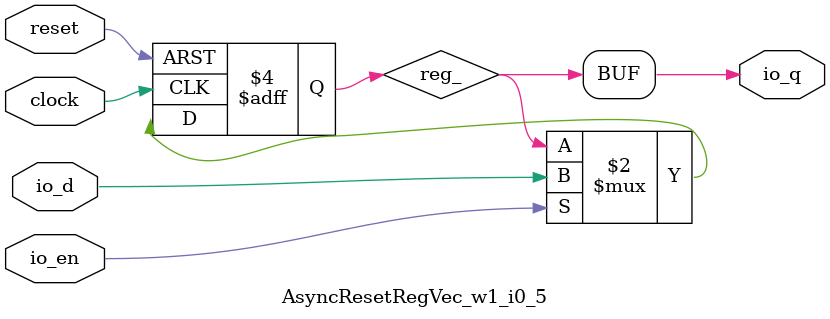
<source format=v>
module AsyncResetRegVec_w1_i0_5(
  input   clock,
  input   reset,
  input   io_d,
  output  io_q,
  input   io_en
);
`ifdef RANDOMIZE_REG_INIT
  reg [31:0] _RAND_0;
`endif 
  reg  reg_; 
  assign io_q = reg_; 
  always @(posedge clock or posedge reset) begin
    if (reset) begin 
      reg_ <= 1'h0; 
    end else if (io_en) begin 
      reg_ <= io_d;
    end
  end
`ifdef RANDOMIZE_GARBAGE_ASSIGN
`define RANDOMIZE
`endif
`ifdef RANDOMIZE_INVALID_ASSIGN
`define RANDOMIZE
`endif
`ifdef RANDOMIZE_REG_INIT
`define RANDOMIZE
`endif
`ifdef RANDOMIZE_MEM_INIT
`define RANDOMIZE
`endif
`ifndef RANDOM
`define RANDOM $random
`endif
`ifdef RANDOMIZE_MEM_INIT
  integer initvar;
`endif
`ifndef SYNTHESIS
`ifdef FIRRTL_BEFORE_INITIAL
`FIRRTL_BEFORE_INITIAL
`endif
initial begin
  `ifdef RANDOMIZE
    `ifdef INIT_RANDOM
      `INIT_RANDOM
    `endif
    `ifndef VERILATOR
      `ifdef RANDOMIZE_DELAY
        #`RANDOMIZE_DELAY begin end
      `else
        #0.002 begin end
      `endif
    `endif
`ifdef RANDOMIZE_REG_INIT
  _RAND_0 = {1{`RANDOM}};
  reg_ = _RAND_0[0:0];
`endif 
  if (reset) begin
    reg_ = 1'h0;
  end
  `endif 
end 
`ifdef FIRRTL_AFTER_INITIAL
`FIRRTL_AFTER_INITIAL
`endif
`endif 
endmodule
</source>
